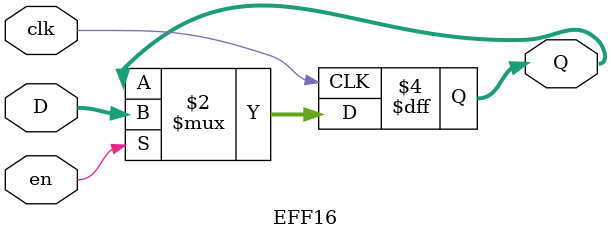
<source format=v>
module EFF16 
    (   input en,
        input clk,
        input [15:0] D,
        output reg [15:0] Q);
    
	always @ (posedge clk) 
        begin
            if(en)
                Q <= D;
        end
endmodule
</source>
